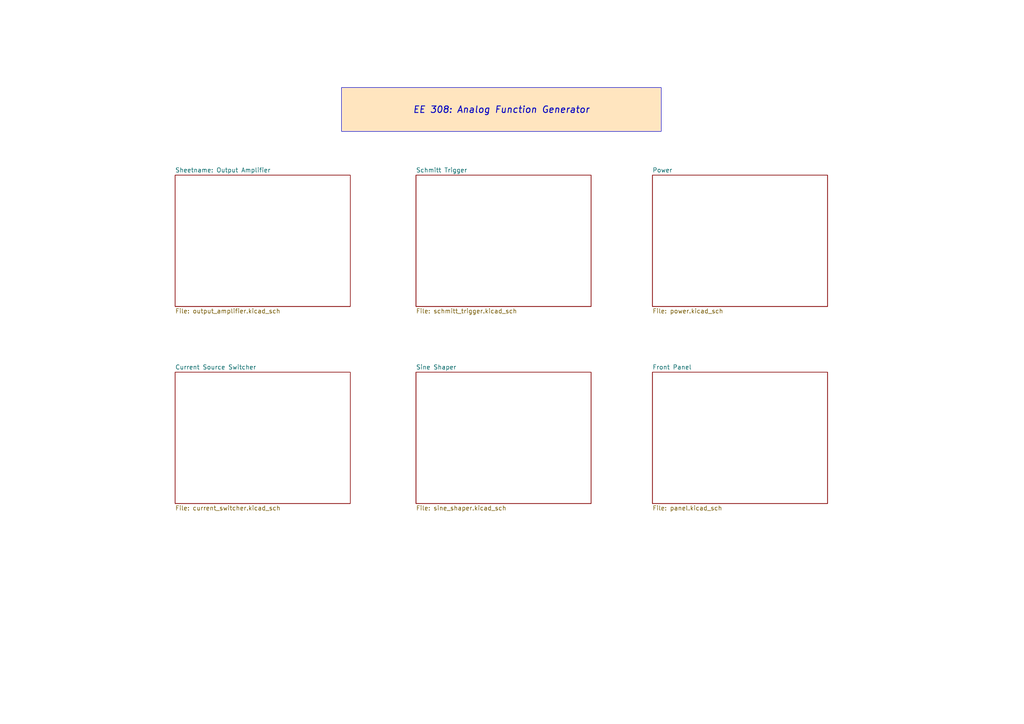
<source format=kicad_sch>
(kicad_sch
	(version 20250114)
	(generator "eeschema")
	(generator_version "9.0")
	(uuid "a3231158-6fd4-4190-9d01-56c0026ed088")
	(paper "A4")
	(title_block
		(title "EE 308: Analog Function Generator")
	)
	(lib_symbols)
	(text_box "EE 308: Analog Function Generator"
		(exclude_from_sim no)
		(at 99.06 25.4 0)
		(size 92.71 12.7)
		(margins 0.9525 0.9525 0.9525 0.9525)
		(stroke
			(width 0)
			(type solid)
		)
		(fill
			(type color)
			(color 255 229 191 1)
		)
		(effects
			(font
				(size 1.905 1.905)
				(thickness 0.254)
				(bold yes)
				(italic yes)
			)
		)
		(uuid "d9d3a6e8-2a13-4bf2-9aa4-67260a9a2e50")
	)
	(sheet
		(at 120.65 107.95)
		(size 50.8 38.1)
		(exclude_from_sim no)
		(in_bom yes)
		(on_board yes)
		(dnp no)
		(fields_autoplaced yes)
		(stroke
			(width 0.1524)
			(type solid)
		)
		(fill
			(color 0 0 0 0.0000)
		)
		(uuid "021965a6-f98a-4f63-88e9-d91b75b6355d")
		(property "Sheetname" "Sine Shaper"
			(at 120.65 107.2384 0)
			(effects
				(font
					(size 1.27 1.27)
				)
				(justify left bottom)
			)
		)
		(property "Sheetfile" "sine_shaper.kicad_sch"
			(at 120.65 146.6346 0)
			(effects
				(font
					(size 1.27 1.27)
				)
				(justify left top)
			)
		)
		(property "Field2" ""
			(at 120.65 107.95 0)
			(effects
				(font
					(size 1.27 1.27)
				)
			)
		)
		(instances
			(project "ee308_kicad"
				(path "/a3231158-6fd4-4190-9d01-56c0026ed088"
					(page "4")
				)
			)
		)
	)
	(sheet
		(at 189.23 107.95)
		(size 50.8 38.1)
		(exclude_from_sim no)
		(in_bom yes)
		(on_board yes)
		(dnp no)
		(fields_autoplaced yes)
		(stroke
			(width 0.1524)
			(type solid)
		)
		(fill
			(color 0 0 0 0.0000)
		)
		(uuid "0f7550dd-d6ac-403c-a02c-9350108d218a")
		(property "Sheetname" "Front Panel"
			(at 189.23 107.2384 0)
			(effects
				(font
					(size 1.27 1.27)
				)
				(justify left bottom)
			)
		)
		(property "Sheetfile" "panel.kicad_sch"
			(at 189.23 146.6346 0)
			(effects
				(font
					(size 1.27 1.27)
				)
				(justify left top)
			)
		)
		(instances
			(project "ee308_kicad"
				(path "/a3231158-6fd4-4190-9d01-56c0026ed088"
					(page "7")
				)
			)
		)
	)
	(sheet
		(at 120.65 50.8)
		(size 50.8 38.1)
		(exclude_from_sim no)
		(in_bom yes)
		(on_board yes)
		(dnp no)
		(fields_autoplaced yes)
		(stroke
			(width 0.1524)
			(type solid)
		)
		(fill
			(color 0 0 0 0.0000)
		)
		(uuid "82c44f03-b803-45dd-9725-cd521cbce622")
		(property "Sheetname" "Schmitt Trigger"
			(at 120.65 50.0884 0)
			(effects
				(font
					(size 1.27 1.27)
				)
				(justify left bottom)
			)
		)
		(property "Sheetfile" "schmitt_trigger.kicad_sch"
			(at 120.65 89.4846 0)
			(effects
				(font
					(size 1.27 1.27)
				)
				(justify left top)
			)
		)
		(instances
			(project "ee308_kicad"
				(path "/a3231158-6fd4-4190-9d01-56c0026ed088"
					(page "3")
				)
			)
		)
	)
	(sheet
		(at 50.8 50.8)
		(size 50.8 38.1)
		(exclude_from_sim no)
		(in_bom yes)
		(on_board yes)
		(dnp no)
		(fields_autoplaced yes)
		(stroke
			(width 0.1524)
			(type solid)
		)
		(fill
			(color 0 0 0 0.0000)
		)
		(uuid "88a04215-6888-4715-acfc-eedd1a2f0861")
		(property "Sheetname" "Output Amplifier"
			(at 50.8 50.0884 0)
			(show_name yes)
			(effects
				(font
					(size 1.27 1.27)
				)
				(justify left bottom)
			)
		)
		(property "Sheetfile" "output_amplifier.kicad_sch"
			(at 50.8 89.4846 0)
			(effects
				(font
					(size 1.27 1.27)
				)
				(justify left top)
			)
		)
		(instances
			(project "ee308_kicad"
				(path "/a3231158-6fd4-4190-9d01-56c0026ed088"
					(page "2")
				)
			)
		)
	)
	(sheet
		(at 50.8 107.95)
		(size 50.8 38.1)
		(exclude_from_sim no)
		(in_bom yes)
		(on_board yes)
		(dnp no)
		(fields_autoplaced yes)
		(stroke
			(width 0.1524)
			(type solid)
		)
		(fill
			(color 0 0 0 0.0000)
		)
		(uuid "93462ddb-6bb8-40ca-ae98-854e1463eb3b")
		(property "Sheetname" "Current Source Switcher"
			(at 50.8 107.2384 0)
			(effects
				(font
					(size 1.27 1.27)
				)
				(justify left bottom)
			)
		)
		(property "Sheetfile" "current_switcher.kicad_sch"
			(at 50.8 146.6346 0)
			(effects
				(font
					(size 1.27 1.27)
				)
				(justify left top)
			)
		)
		(instances
			(project "ee308_kicad"
				(path "/a3231158-6fd4-4190-9d01-56c0026ed088"
					(page "5")
				)
			)
		)
	)
	(sheet
		(at 189.23 50.8)
		(size 50.8 38.1)
		(exclude_from_sim no)
		(in_bom yes)
		(on_board yes)
		(dnp no)
		(fields_autoplaced yes)
		(stroke
			(width 0.1524)
			(type solid)
		)
		(fill
			(color 0 0 0 0.0000)
		)
		(uuid "b9625e82-47fe-4ade-8f5d-26f1d09a5db9")
		(property "Sheetname" "Power"
			(at 189.23 50.0884 0)
			(effects
				(font
					(size 1.27 1.27)
				)
				(justify left bottom)
			)
		)
		(property "Sheetfile" "power.kicad_sch"
			(at 189.23 89.4846 0)
			(effects
				(font
					(size 1.27 1.27)
				)
				(justify left top)
			)
		)
		(instances
			(project "ee308_kicad"
				(path "/a3231158-6fd4-4190-9d01-56c0026ed088"
					(page "6")
				)
			)
		)
	)
	(sheet_instances
		(path "/"
			(page "1")
		)
	)
	(embedded_fonts no)
)

</source>
